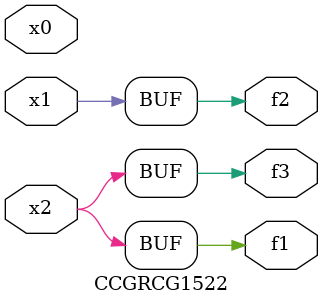
<source format=v>
module CCGRCG1522(
	input x0, x1, x2,
	output f1, f2, f3
);
	assign f1 = x2;
	assign f2 = x1;
	assign f3 = x2;
endmodule

</source>
